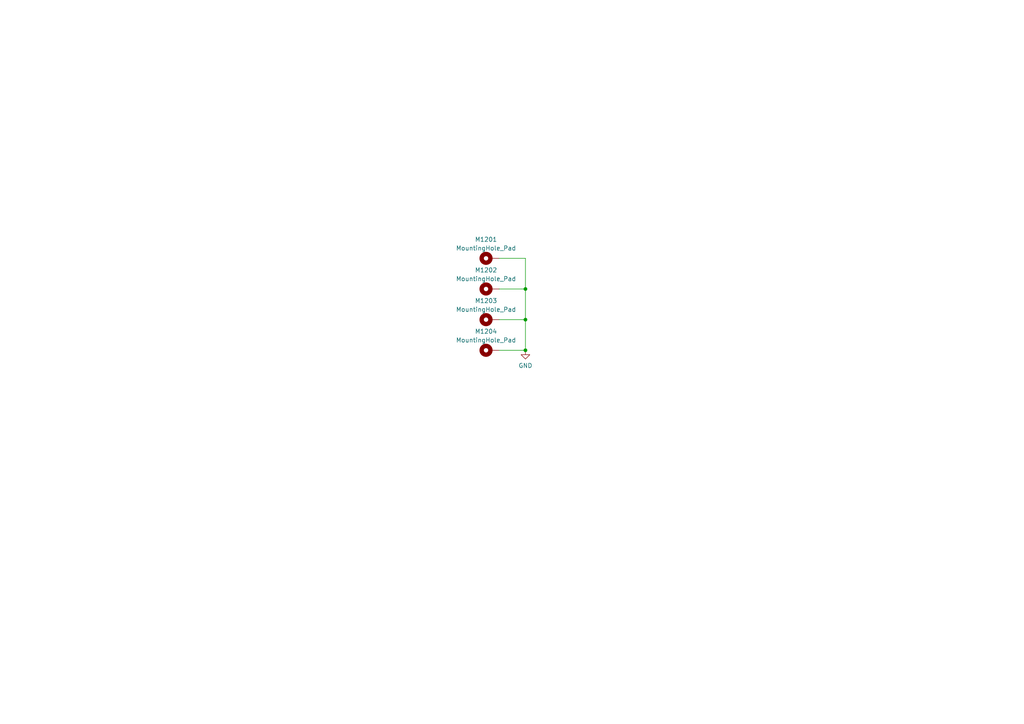
<source format=kicad_sch>
(kicad_sch (version 20211123) (generator eeschema)
  (paper "A4")
  (title_block (title "EPS Schematics") (date "2023-04-19") (rev "v0.1.0") (comment 1 "LinkedIn: linkedin.com/in/carlos-martinez-mora-7b2023230/") (comment 2 "Author: Carlos Martinez Mora"))
  (lib_symbols
    (symbol "Mechanical:MountingHole_Pad" (pin_numbers hide) (pin_names (offset 1.016) hide)
      (property "Reference" "H" (at 0 6.35 0))
      (property "Value" "MountingHole_Pad" (at 0 4.445 0))
      (symbol "MountingHole_Pad_0_1"
        (circle (center 0 1.27) (radius 1.27) (stroke (width 1.27)))
      )
      (symbol "MountingHole_Pad_1_1"
        (pin input line (at 0 -2.54 90) (length 2.54) (name "1") (number "1"))
      )
    )
    (symbol "power:GND" (power) (pin_names (offset 0))
      (property "Value" "GND" (at 0 -3.81 0))
      (symbol "GND_0_1"
        (polyline (pts (xy 0 0) (xy 0 -1.27) (xy 1.27 -1.27) (xy 0 -2.54) (xy -1.27 -1.27) (xy 0 -1.27)))
      )
      (symbol "GND_1_1"
        (pin power_in line (at 0 0 270) (length 0) hide (name "GND") (number "1"))
      )
    )
  )
  (junction (at 152.4 92.71))
  (junction (at 152.4 83.82))
  (junction (at 152.4 101.6))
  (wire (pts (xy 144.78 92.71) (xy 152.4 92.71)))
  (wire (pts (xy 152.4 74.93) (xy 152.4 83.82)))
  (wire (pts (xy 144.78 101.6) (xy 152.4 101.6)))
  (wire (pts (xy 152.4 83.82) (xy 152.4 92.71)))
  (wire (pts (xy 144.78 83.82) (xy 152.4 83.82)))
  (wire (pts (xy 152.4 92.71) (xy 152.4 101.6)))
  (wire (pts (xy 144.78 74.93) (xy 152.4 74.93)))
  (symbol (lib_id "Mechanical:MountingHole_Pad") (at 142.24 92.71 90) (unit 1)
    (property "Reference" "M1203" (at 140.97 87.2322 90))
    (property "Value" "MountingHole_Pad" (at 140.97 89.7691 90))
    (property "Footprint" "MountingHole:MountingHole_3.2mm_M3_Pad_Via" (effects hide))
  )
  (symbol (lib_id "Mechanical:MountingHole_Pad") (at 142.24 83.82 90) (unit 1)
    (property "Reference" "M1202" (at 140.97 78.3422 90))
    (property "Value" "MountingHole_Pad" (at 140.97 80.8791 90))
    (property "Footprint" "MountingHole:MountingHole_3.2mm_M3_Pad_Via" (effects hide))
  )
  (symbol (lib_id "power:GND") (at 152.4 101.6 0) (unit 1)
    (property "Reference" "#PWR01201" (effects hide))
    (property "Value" "GND" (at 152.4 106.0434 0))
  )
  (symbol (lib_id "Mechanical:MountingHole_Pad") (at 142.24 74.93 90) (unit 1)
    (property "Reference" "M1201" (at 140.97 69.4522 90))
    (property "Value" "MountingHole_Pad" (at 140.97 71.9891 90))
    (property "Footprint" "MountingHole:MountingHole_3.2mm_M3_Pad_Via" (effects hide))
  )
  (symbol (lib_id "Mechanical:MountingHole_Pad") (at 142.24 101.6 90) (unit 1)
    (property "Reference" "M1204" (at 140.97 96.1222 90))
    (property "Value" "MountingHole_Pad" (at 140.97 98.6591 90))
    (property "Footprint" "MountingHole:MountingHole_3.2mm_M3_Pad_Via" (effects hide))
  )
)
</source>
